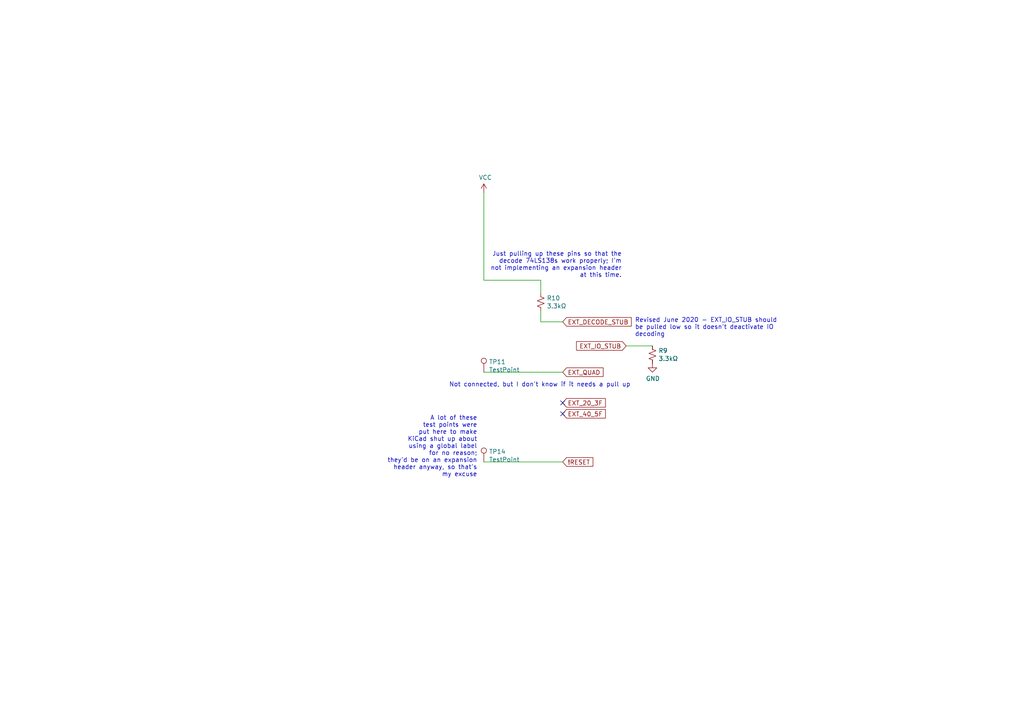
<source format=kicad_sch>
(kicad_sch (version 20211123) (generator eeschema)
  (paper "A4")
  (lib_symbols
    (symbol "Connector:TestPoint" (pin_numbers hide) (pin_names (offset 0.762) hide)
      (property "Reference" "TP" (at 0 6.858 0))
      (property "Value" "TestPoint" (at 0 5.08 0))
      (symbol "TestPoint_0_1"
        (circle (center 0 3.302) (radius 0.762))
      )
      (symbol "TestPoint_1_1"
        (pin passive line (at 0 0 90) (length 2.54) (name "1") (number "1"))
      )
    )
    (symbol "Device:R_Small_US" (pin_numbers hide) (pin_names (offset 0.254) hide)
      (property "Reference" "R" (at 0.762 0.508 0))
      (property "Value" "R_Small_US" (at 0.762 -1.016 0))
      (symbol "R_Small_US_1_1"
        (polyline (pts (xy 0 0) (xy 1.016 -0.381) (xy 0 -0.762) (xy -1.016 -1.143) (xy 0 -1.524)))
        (polyline (pts (xy 0 1.524) (xy 1.016 1.143) (xy 0 0.762) (xy -1.016 0.381) (xy 0 0)))
        (pin passive line (at 0 2.54 270) (length 1.016) (name "~") (number "1"))
        (pin passive line (at 0 -2.54 90) (length 1.016) (name "~") (number "2"))
      )
    )
    (symbol "power:GND" (power) (pin_names (offset 0))
      (property "Value" "GND" (at 0 -3.81 0))
      (symbol "GND_0_1"
        (polyline (pts (xy 0 0) (xy 0 -1.27) (xy 1.27 -1.27) (xy 0 -2.54) (xy -1.27 -1.27) (xy 0 -1.27)))
      )
      (symbol "GND_1_1"
        (pin power_in line (at 0 0 270) (length 0) hide (name "GND") (number "1"))
      )
    )
    (symbol "power:VCC" (power) (pin_names (offset 0))
      (property "Value" "VCC" (at 0 3.81 0))
      (symbol "VCC_0_1"
        (polyline (pts (xy -0.762 1.27) (xy 0 2.54)))
        (polyline (pts (xy 0 0) (xy 0 2.54)))
        (polyline (pts (xy 0 2.54) (xy 0.762 1.27)))
      )
      (symbol "VCC_1_1"
        (pin power_in line (at 0 0 90) (length 0) hide (name "VCC") (number "1"))
      )
    )
  )
  (no_connect (at 163.195 120.015))
  (no_connect (at 163.195 116.84))
  (wire (pts (xy 163.195 133.985) (xy 140.335 133.985)))
  (wire (pts (xy 163.195 107.95) (xy 140.335 107.95)))
  (wire (pts (xy 156.845 93.345) (xy 156.845 90.17)))
  (wire (pts (xy 163.195 93.345) (xy 156.845 93.345)))
  (wire (pts (xy 156.845 85.09) (xy 156.845 81.28)))
  (wire (pts (xy 140.335 81.28) (xy 140.335 55.88)))
  (wire (pts (xy 189.23 100.33) (xy 181.61 100.33)))
  (wire (pts (xy 156.845 81.28) (xy 140.335 81.28)))
  (text "Just pulling up these pins so that the\ndecode 74LS138s work properly; I'm\nnot implementing an expansion header\nat this time." (at 180.34 80.645 0) (effects (font (size 1.27 1.27)) (justify right bottom)))
  (text "A lot of these\ntest points were\nput here to make\nKiCad shut up about\nusing a global label\nfor no reason;\nthey'd be on an expansion\nheader anyway, so that's\nmy excuse " (at 138.43 138.43 0) (effects (font (size 1.27 1.27)) (justify right bottom)))
  (text "Revised June 2020 - EXT_IO_STUB should\nbe pulled low so it doesn't deactivate IO\ndecoding" (at 184.15 97.79 0) (effects (font (size 1.27 1.27)) (justify left bottom)))
  (text "Not connected, but I don't know if it needs a pull up" (at 182.88 112.395 0) (effects (font (size 1.27 1.27)) (justify right bottom)))
  (global_label "EXT_QUAD" (shape input) (at 163.195 107.95 0) (property "Intersheet References" "${INTERSHEET_REFS}" (effects hide)))
  (global_label "!RESET" (shape input) (at 163.195 133.985 0) (property "Intersheet References" "${INTERSHEET_REFS}" (effects hide)))
  (global_label "EXT_IO_STUB" (shape input) (at 181.61 100.33 180) (property "Intersheet References" "${INTERSHEET_REFS}" (effects hide)))
  (global_label "EXT_20_3F" (shape input) (at 163.195 116.84 0) (property "Intersheet References" "${INTERSHEET_REFS}" (effects hide)))
  (global_label "EXT_40_5F" (shape input) (at 163.195 120.015 0) (property "Intersheet References" "${INTERSHEET_REFS}" (effects hide)))
  (global_label "EXT_DECODE_STUB" (shape input) (at 163.195 93.345 0) (property "Intersheet References" "${INTERSHEET_REFS}" (effects hide)))
  (symbol (lib_id "Connector:TestPoint") (at 140.335 107.95 0) (unit 1)
    (property "Reference" "TP11" (at 141.8082 104.9528 0) (effects (justify left)))
    (property "Value" "TestPoint" (at 141.8082 107.2642 0) (effects (justify left)))
    (property "Footprint" "Measurement_Points:Measurement_Point_Round-TH_Small" (effects hide))
  )
  (symbol (lib_id "Connector:TestPoint") (at 140.335 133.985 0) (unit 1)
    (property "Reference" "TP14" (at 141.8082 130.9878 0) (effects (justify left)))
    (property "Value" "TestPoint" (at 141.8082 133.2992 0) (effects (justify left)))
    (property "Footprint" "Measurement_Points:Measurement_Point_Round-SMD-Pad_Small" (effects hide))
  )
  (symbol (lib_id "Device:R_Small_US") (at 189.23 102.87 180) (unit 1)
    (property "Reference" "R9" (at 190.9572 101.7016 0) (effects (justify right)))
    (property "Value" "3.3kΩ" (at 190.9572 104.013 0) (effects (justify right)))
    (property "Footprint" "Resistors_SMD:R_0805_HandSoldering" (effects hide))
    (property "DigiKey" "RMCF0805JT3K30CT-ND" (effects hide))
  )
  (symbol (lib_id "Device:R_Small_US") (at 156.845 87.63 0) (unit 1)
    (property "Reference" "R10" (at 158.5722 86.4616 0) (effects (justify left)))
    (property "Value" "3.3kΩ" (at 158.5722 88.773 0) (effects (justify left)))
    (property "Footprint" "Resistors_SMD:R_0805_HandSoldering" (effects hide))
    (property "DigiKey" "RMCF0805JT3K30CT-ND" (effects hide))
  )
  (symbol (lib_id "power:VCC") (at 140.335 55.88 0) (unit 1)
    (property "Reference" "#PWR0112" (effects hide))
    (property "Value" "VCC" (at 140.7668 51.4858 0))
  )
  (symbol (lib_id "power:GND") (at 189.23 105.41 0) (unit 1)
    (property "Reference" "#PWR0125" (effects hide))
    (property "Value" "GND" (at 189.357 109.8042 0))
  )
)
</source>
